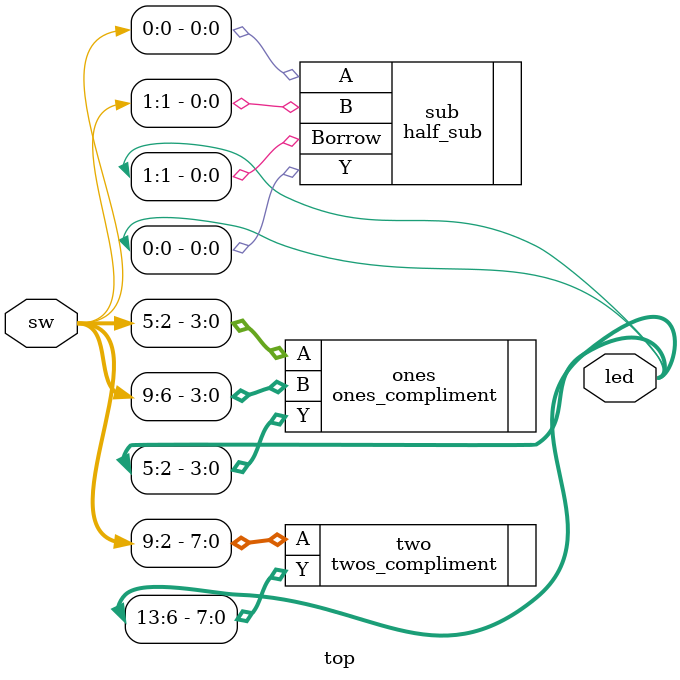
<source format=v>
module top (
    input [9:0] sw,
    output [13:0] led
);

    half_sub sub(
        .A(sw[0]),
        .B(sw[1]),
        .Y(led[0]),
        .Borrow(led[1])
    );
    
    ones_compliment ones(
        .A(sw[5:2]),
        .B(sw[9:6]),
        .Y(led[5:2])
    );
    
    twos_compliment two(
        .A(sw[9:2]),
        .Y(led[13:6])
    );
    
endmodule
</source>
